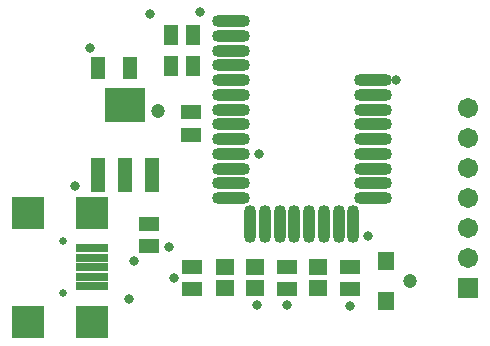
<source format=gts>
G04*
G04 #@! TF.GenerationSoftware,Altium Limited,Altium Designer,21.0.9 (235)*
G04*
G04 Layer_Color=8388736*
%FSLAX25Y25*%
%MOIN*%
G70*
G04*
G04 #@! TF.SameCoordinates,28F69A72-3BD6-4D5A-B4D2-E5632D31EE07*
G04*
G04*
G04 #@! TF.FilePolarity,Negative*
G04*
G01*
G75*
%ADD25O,0.12611X0.04147*%
%ADD26O,0.04147X0.12611*%
%ADD27R,0.04737X0.11430*%
%ADD28R,0.13792X0.11430*%
%ADD29R,0.05131X0.07493*%
%ADD30R,0.10642X0.02572*%
%ADD31R,0.10642X0.10642*%
%ADD32R,0.06312X0.05524*%
%ADD33R,0.06706X0.05131*%
%ADD34R,0.05131X0.06706*%
%ADD35R,0.05524X0.06115*%
%ADD36C,0.02572*%
%ADD37C,0.06706*%
%ADD38R,0.06706X0.06706*%
%ADD39C,0.03162*%
%ADD40C,0.04737*%
D25*
X212221Y188902D02*
D03*
Y183980D02*
D03*
Y179059D02*
D03*
Y174138D02*
D03*
Y169217D02*
D03*
Y164295D02*
D03*
Y159374D02*
D03*
Y154453D02*
D03*
Y149531D02*
D03*
X164779D02*
D03*
Y154453D02*
D03*
Y159374D02*
D03*
Y164295D02*
D03*
Y169217D02*
D03*
Y174138D02*
D03*
Y179059D02*
D03*
Y183980D02*
D03*
Y188902D02*
D03*
Y193823D02*
D03*
Y198744D02*
D03*
Y203665D02*
D03*
Y208587D02*
D03*
D26*
X205724Y140870D02*
D03*
X200803D02*
D03*
X195882D02*
D03*
X190961D02*
D03*
X186039D02*
D03*
X181118D02*
D03*
X176197D02*
D03*
X171276D02*
D03*
D27*
X120445Y157386D02*
D03*
X129500D02*
D03*
X138555D02*
D03*
D28*
X129500Y180614D02*
D03*
D29*
X131315Y193000D02*
D03*
X120685D02*
D03*
D30*
X118689Y132799D02*
D03*
Y129650D02*
D03*
Y126500D02*
D03*
Y123350D02*
D03*
Y120201D02*
D03*
D31*
Y144650D02*
D03*
Y108350D02*
D03*
X97114Y144650D02*
D03*
Y108350D02*
D03*
D32*
X163000Y126543D02*
D03*
Y119457D02*
D03*
X194000D02*
D03*
Y126543D02*
D03*
X173000D02*
D03*
Y119457D02*
D03*
D33*
X151500Y178240D02*
D03*
Y170760D02*
D03*
X137500Y133606D02*
D03*
Y141087D02*
D03*
X204500Y119260D02*
D03*
Y126740D02*
D03*
X151947Y119260D02*
D03*
Y126740D02*
D03*
X183500Y119260D02*
D03*
Y126740D02*
D03*
D34*
X144760Y193500D02*
D03*
X152240D02*
D03*
X144760Y204000D02*
D03*
X152240D02*
D03*
D35*
X216500Y128595D02*
D03*
Y115405D02*
D03*
D36*
X108807Y135161D02*
D03*
Y117839D02*
D03*
D37*
X244000Y139500D02*
D03*
Y129500D02*
D03*
Y149500D02*
D03*
Y159500D02*
D03*
Y169500D02*
D03*
Y179500D02*
D03*
D38*
Y119500D02*
D03*
D39*
X220000Y189000D02*
D03*
X154500Y211500D02*
D03*
X174102Y164398D02*
D03*
X210500Y137000D02*
D03*
X113000Y153500D02*
D03*
X146000Y123000D02*
D03*
X132500Y128500D02*
D03*
X131000Y116000D02*
D03*
X183500Y114000D02*
D03*
X118000Y199500D02*
D03*
X173500Y114000D02*
D03*
X204500Y113500D02*
D03*
X144140Y133360D02*
D03*
X137744Y211000D02*
D03*
D40*
X140500Y178500D02*
D03*
X224500Y122000D02*
D03*
M02*

</source>
